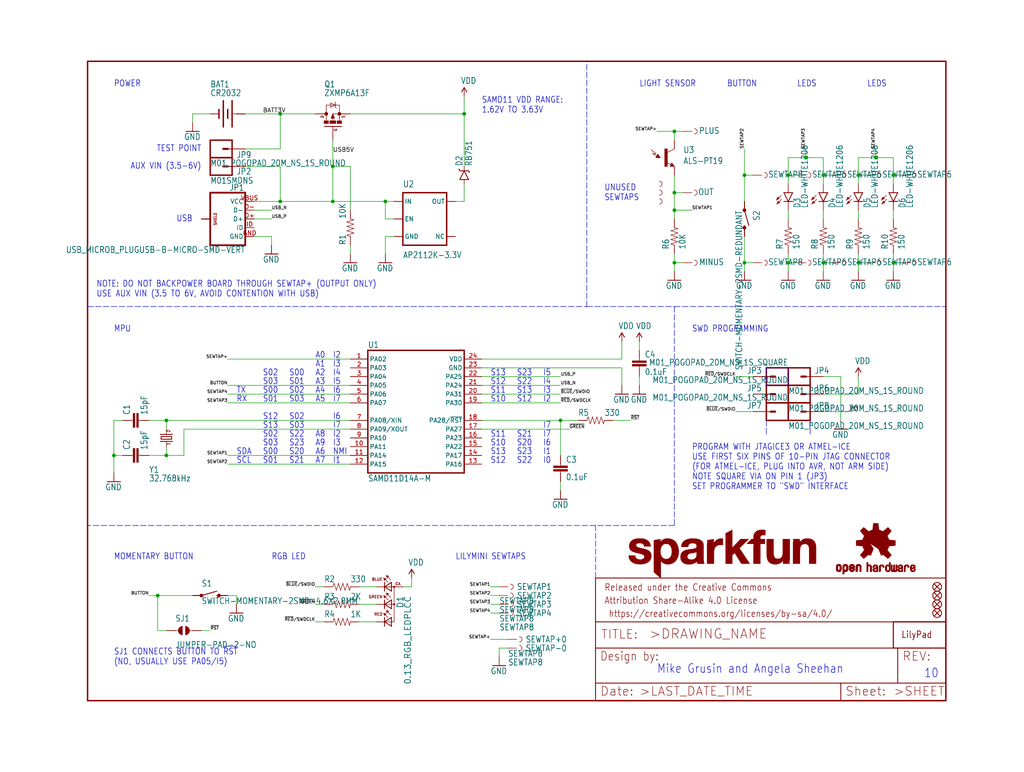
<source format=kicad_sch>
(kicad_sch (version 20211123) (generator eeschema)
  (paper "User" 297.002 223.926)
  (lib_symbols
    (symbol "schematicEagle-eagle-import:0.13_RGB_LEDPLCC"
      (property "Reference" "D" (at -2.54 3.302 0))
      (property "Value" "0.13_RGB_LEDPLCC" (at -2.54 5.461 0))
      (symbol "0.13_RGB_LEDPLCC_1_0"
        (text "BLUE" (at -7.747 -0.762 900) (effects (font (size 0.8128 0.8128)) (justify right top)))
        (text "CA" (at -5.461 2.794 900) (effects (font (size 0.8128 0.8128)) (justify left bottom)))
        (text "GREEN" (at -2.667 -0.762 900) (effects (font (size 0.8128 0.8128)) (justify right top)))
        (text "RED" (at 2.413 -0.762 900) (effects (font (size 0.8128 0.8128)) (justify right top)))
        (pin passive line (at 5.08 -2.54 90) (length 2.54) (name "RED") (number "1"))
        (pin passive line (at 0 -2.54 90) (length 2.54) (name "GREEN") (number "2"))
        (pin passive line (at -5.08 -2.54 90) (length 2.54) (name "BLUE") (number "3"))
        (pin passive line (at -5.08 5.08 270) (length 5.08) (name "ANODE") (number "4"))
      )
    )
    (symbol "schematicEagle-eagle-import:0.1UF-25V(+80{slash}-20%)(0603)"
      (property "Reference" "C" (at 1.524 2.921 0))
      (property "Value" "0.1UF-25V(+80{slash}-20%)(0603)" (at 1.524 -2.159 0))
      (symbol "0.1UF-25V(+80{slash}-20%)(0603)_1_0"
        (pin passive line (at 0 5.08 270) (length 2.54) (name "1") (number "1"))
        (pin passive line (at 0 -2.54 90) (length 2.54) (name "2") (number "2"))
      )
    )
    (symbol "schematicEagle-eagle-import:10KOHM-1{slash}10W-1%(0603)0603"
      (property "Reference" "R" (at -3.81 1.4986 0))
      (property "Value" "10KOHM-1{slash}10W-1%(0603)0603" (at -3.81 -3.302 0))
      (symbol "10KOHM-1{slash}10W-1%(0603)0603_1_0"
        (pin passive line (at -5.08 0 0) (length 2.54) (name "1") (number "1"))
        (pin passive line (at 5.08 0 180) (length 2.54) (name "2") (number "2"))
      )
    )
    (symbol "schematicEagle-eagle-import:15PF-50V-5%(0603)"
      (property "Reference" "C" (at 1.524 2.921 0))
      (property "Value" "15PF-50V-5%(0603)" (at 1.524 -2.159 0))
      (symbol "15PF-50V-5%(0603)_1_0"
        (pin passive line (at 0 5.08 270) (length 2.54) (name "1") (number "1"))
        (pin passive line (at 0 -2.54 90) (length 2.54) (name "2") (number "2"))
      )
    )
    (symbol "schematicEagle-eagle-import:1KOHM-1{slash}10W-1%(0603)"
      (property "Reference" "R" (at -3.81 1.4986 0))
      (property "Value" "1KOHM-1{slash}10W-1%(0603)" (at -3.81 -3.302 0))
      (symbol "1KOHM-1{slash}10W-1%(0603)_1_0"
        (pin passive line (at -5.08 0 0) (length 2.54) (name "1") (number "1"))
        (pin passive line (at 5.08 0 180) (length 2.54) (name "2") (number "2"))
      )
    )
    (symbol "schematicEagle-eagle-import:2.0KOHM1{slash}10W5%(0603)"
      (property "Reference" "R" (at -3.81 1.4986 0))
      (property "Value" "2.0KOHM1{slash}10W5%(0603)" (at -3.81 -3.302 0))
      (symbol "2.0KOHM1{slash}10W5%(0603)_1_0"
        (pin passive line (at -5.08 0 0) (length 2.54) (name "1") (number "1"))
        (pin passive line (at 5.08 0 180) (length 2.54) (name "2") (number "2"))
      )
    )
    (symbol "schematicEagle-eagle-import:330OHM1{slash}10W1%(0603)"
      (property "Reference" "R" (at -3.81 1.4986 0))
      (property "Value" "330OHM1{slash}10W1%(0603)" (at -3.81 -3.302 0))
      (symbol "330OHM1{slash}10W1%(0603)_1_0"
        (pin passive line (at -5.08 0 0) (length 2.54) (name "1") (number "1"))
        (pin passive line (at 5.08 0 180) (length 2.54) (name "2") (number "2"))
      )
    )
    (symbol "schematicEagle-eagle-import:BATTERY20MM_PTH_KIT"
      (property "Reference" "BAT" (at -3.81 5.08 0))
      (property "Value" "BATTERY20MM_PTH_KIT" (at -3.81 -6.35 0))
      (symbol "BATTERY20MM_PTH_KIT_1_0"
        (pin power_in line (at -5.08 0 0) (length 2.54) (name "+") (number "+1"))
        (pin power_in line (at -5.08 0 0) (length 2.54) (name "+") (number "+2"))
        (pin power_in line (at 5.08 0 180) (length 2.54) (name "-") (number "-3"))
      )
    )
    (symbol "schematicEagle-eagle-import:CRYSTAL3.2X1.5MM"
      (property "Reference" "Y" (at 2.54 1.016 0))
      (property "Value" "CRYSTAL3.2X1.5MM" (at 2.54 -2.54 0))
      (symbol "CRYSTAL3.2X1.5MM_1_0"
        (text "1" (at -2.159 -1.143 0) (effects (font (size 0.8636 0.734)) (justify left bottom)))
        (text "2" (at 1.524 -1.143 0) (effects (font (size 0.8636 0.734)) (justify left bottom)))
        (pin passive line (at -2.54 0 0) (length 0) (name "1") (number "P$1"))
        (pin passive line (at 2.54 0 180) (length 0) (name "2") (number "P$2"))
      )
    )
    (symbol "schematicEagle-eagle-import:DIODE-SCHOTTKY-RB751"
      (property "Reference" "D" (at 2.54 0.4826 0))
      (property "Value" "DIODE-SCHOTTKY-RB751" (at 2.54 -2.3114 0))
      (symbol "DIODE-SCHOTTKY-RB751_1_0"
        (pin passive line (at -2.54 0 0) (length 0) (name "A") (number "A"))
        (pin passive line (at 2.54 0 180) (length 0) (name "C") (number "C"))
      )
    )
    (symbol "schematicEagle-eagle-import:FIDUCIAL1X2")
    (symbol "schematicEagle-eagle-import:FRAME-LETTER"
      (symbol "FRAME-LETTER_2_0"
        (text " https://creativecommons.org/licenses/by-sa/4.0/" (at 2.54 24.13 0) (effects (font (size 1.9304 1.6408)) (justify left bottom)))
        (text ">DRAWING_NAME" (at 15.494 17.78 0) (effects (font (size 2.7432 2.7432)) (justify left bottom)))
        (text ">LAST_DATE_TIME" (at 12.7 1.27 0) (effects (font (size 2.54 2.54)) (justify left bottom)))
        (text ">SHEET" (at 86.36 1.27 0) (effects (font (size 2.54 2.54)) (justify left bottom)))
        (text "Attribution Share-Alike 4.0 License" (at 2.54 27.94 0) (effects (font (size 1.9304 1.6408)) (justify left bottom)))
        (text "Date:" (at 1.27 1.27 0) (effects (font (size 2.54 2.54)) (justify left bottom)))
        (text "Design by:" (at 1.27 11.43 0) (effects (font (size 2.54 2.159)) (justify left bottom)))
        (text "Released under the Creative Commons" (at 2.54 31.75 0) (effects (font (size 1.9304 1.6408)) (justify left bottom)))
        (text "REV:" (at 88.9 11.43 0) (effects (font (size 2.54 2.54)) (justify left bottom)))
        (text "Sheet:" (at 72.39 1.27 0) (effects (font (size 2.54 2.54)) (justify left bottom)))
        (text "TITLE:" (at 1.524 17.78 0) (effects (font (size 2.54 2.54)) (justify left bottom)))
      )
    )
    (symbol "schematicEagle-eagle-import:GND" (power)
      (property "Value" "GND" (at -2.54 -2.54 0))
      (symbol "GND_1_0"
        (pin power_in line (at 0 2.54 270) (length 2.54) (name "GND") (number "1"))
      )
    )
    (symbol "schematicEagle-eagle-import:JUMPER-PAD-2-NO"
      (property "Reference" "JP" (at -2.54 2.54 0))
      (property "Value" "JUMPER-PAD-2-NO" (at -2.54 -5.08 0))
      (symbol "JUMPER-PAD-2-NO_1_0"
        (pin passive line (at -5.08 0 0) (length 2.54) (name "1") (number "1"))
        (pin passive line (at 5.08 0 180) (length 2.54) (name "2") (number "2"))
      )
    )
    (symbol "schematicEagle-eagle-import:LED-WHITE1206"
      (property "Reference" "D" (at 3.556 -4.572 90))
      (property "Value" "LED-WHITE1206" (at 5.715 -4.572 90))
      (symbol "LED-WHITE1206_1_0"
        (pin passive line (at 0 2.54 270) (length 2.54) (name "A") (number "A"))
        (pin passive line (at 0 -5.08 90) (length 2.54) (name "C") (number "C"))
      )
    )
    (symbol "schematicEagle-eagle-import:LIGHTSENSORALS"
      (property "Reference" "U" (at 5.08 2.54 0))
      (property "Value" "LIGHTSENSORALS" (at 5.08 -5.08 0))
      (symbol "LIGHTSENSORALS_1_0"
        (pin passive line (at 2.54 5.08 270) (length 2.54) (name "C1") (number "C"))
        (pin passive line (at 2.54 -5.08 90) (length 2.54) (name "E1") (number "E"))
      )
    )
    (symbol "schematicEagle-eagle-import:LILYLOGO-L-TOP"
      (symbol "LILYLOGO-L-TOP_1_0"
        (text "LilyPad" (at -0.254 0.254 0) (effects (font (size 1.9304 1.6408)) (justify left bottom)))
      )
    )
    (symbol "schematicEagle-eagle-import:LOGO-LPL"
      (symbol "LOGO-LPL_1_0"
        (text "LilyPad" (at -0.254 0.254 0) (effects (font (size 1.9304 1.6408)) (justify left bottom)))
      )
    )
    (symbol "schematicEagle-eagle-import:M01SMDNS"
      (property "Reference" "J" (at -2.54 3.302 0))
      (property "Value" "M01SMDNS" (at -2.54 -5.08 0))
      (symbol "M01SMDNS_1_0"
        (pin passive line (at 7.62 0 180) (length 5.08) (name "1") (number "1"))
      )
    )
    (symbol "schematicEagle-eagle-import:M01_POGOPAD_20M_NS_1S_ROUND"
      (property "Reference" "JP" (at -2.54 3.302 0))
      (property "Value" "M01_POGOPAD_20M_NS_1S_ROUND" (at -2.54 -5.08 0))
      (symbol "M01_POGOPAD_20M_NS_1S_ROUND_1_0"
        (pin passive line (at 7.62 0 180) (length 5.08) (name "1") (number "P$1"))
      )
    )
    (symbol "schematicEagle-eagle-import:M01_POGOPAD_20M_NS_1S_SQUARE"
      (property "Reference" "JP" (at -2.54 3.302 0))
      (property "Value" "M01_POGOPAD_20M_NS_1S_SQUARE" (at -2.54 -5.08 0))
      (symbol "M01_POGOPAD_20M_NS_1S_SQUARE_1_0"
        (pin passive line (at 7.62 0 180) (length 5.08) (name "1") (number "P$1"))
      )
    )
    (symbol "schematicEagle-eagle-import:MOSFET-PCHANNEL"
      (property "Reference" "Q" (at 5.08 2.54 0))
      (property "Value" "MOSFET-PCHANNEL" (at 5.08 0 0))
      (symbol "MOSFET-PCHANNEL_1_0"
        (text "D" (at -1.27 2.54 0) (effects (font (size 0.8128 0.6908)) (justify left bottom)))
        (text "G" (at -5.08 -1.27 0) (effects (font (size 0.8128 0.6908)) (justify left bottom)))
        (text "S" (at -1.27 -3.556 0) (effects (font (size 0.8128 0.6908)) (justify left bottom)))
        (pin passive line (at -7.62 0 0) (length 2.54) (name "G") (number "1"))
        (pin passive line (at 0 -5.08 90) (length 2.54) (name "S") (number "2"))
        (pin passive line (at 0 5.08 270) (length 2.54) (name "D") (number "3"))
      )
    )
    (symbol "schematicEagle-eagle-import:OSHW-LOGOS")
    (symbol "schematicEagle-eagle-import:RESISTOR0603"
      (property "Reference" "R" (at -3.81 1.4986 0))
      (property "Value" "RESISTOR0603" (at -3.81 -3.302 0))
      (symbol "RESISTOR0603_1_0"
        (pin passive line (at -5.08 0 0) (length 2.54) (name "1") (number "1"))
        (pin passive line (at 5.08 0 180) (length 2.54) (name "2") (number "2"))
      )
    )
    (symbol "schematicEagle-eagle-import:SAMD11D14A-M"
      (property "Reference" "U" (at -10.16 13.335 0))
      (property "Value" "SAMD11D14A-M" (at -10.16 -25.4 0))
      (symbol "SAMD11D14A-M_1_0"
        (pin bidirectional line (at -15.24 10.16 0) (length 5.08) (name "PA02") (number "1"))
        (pin bidirectional line (at -15.24 -15.24 0) (length 5.08) (name "PA11") (number "10"))
        (pin bidirectional line (at -15.24 -17.78 0) (length 5.08) (name "PA14") (number "11"))
        (pin bidirectional line (at -15.24 -20.32 0) (length 5.08) (name "PA15") (number "12"))
        (pin bidirectional line (at 22.86 -20.32 180) (length 5.08) (name "PA16") (number "13"))
        (pin bidirectional line (at 22.86 -17.78 180) (length 5.08) (name "PA17") (number "14"))
        (pin bidirectional line (at 22.86 -15.24 180) (length 5.08) (name "PA22") (number "15"))
        (pin bidirectional line (at 22.86 -12.7 180) (length 5.08) (name "PA23") (number "16"))
        (pin bidirectional line (at 22.86 -10.16 180) (length 5.08) (name "PA27") (number "17"))
        (pin bidirectional line (at 22.86 -7.62 180) (length 5.08) (name "PA28/~{RST}") (number "18"))
        (pin bidirectional line (at 22.86 -2.54 180) (length 5.08) (name "PA30") (number "19"))
        (pin bidirectional line (at -15.24 7.62 0) (length 5.08) (name "PA03") (number "2"))
        (pin bidirectional line (at 22.86 0 180) (length 5.08) (name "PA31") (number "20"))
        (pin bidirectional line (at 22.86 2.54 180) (length 5.08) (name "PA24") (number "21"))
        (pin bidirectional line (at 22.86 5.08 180) (length 5.08) (name "PA25") (number "22"))
        (pin bidirectional line (at 22.86 7.62 180) (length 5.08) (name "GND") (number "23"))
        (pin bidirectional line (at 22.86 10.16 180) (length 5.08) (name "VDD") (number "24"))
        (pin bidirectional line (at -15.24 5.08 0) (length 5.08) (name "PA04") (number "3"))
        (pin bidirectional line (at -15.24 2.54 0) (length 5.08) (name "PA05") (number "4"))
        (pin bidirectional line (at -15.24 0 0) (length 5.08) (name "PA06") (number "5"))
        (pin bidirectional line (at -15.24 -2.54 0) (length 5.08) (name "PA07") (number "6"))
        (pin bidirectional line (at -15.24 -7.62 0) (length 5.08) (name "PA08/XIN") (number "7"))
        (pin bidirectional line (at -15.24 -10.16 0) (length 5.08) (name "PA09/XOUT") (number "8"))
        (pin bidirectional line (at -15.24 -12.7 0) (length 5.08) (name "PA10") (number "9"))
      )
    )
    (symbol "schematicEagle-eagle-import:SEWTAP-NOHOLE2")
    (symbol "schematicEagle-eagle-import:SEWTAP6"
      (property "Reference" "JP" (at -2.54 2.54 0))
      (property "Value" "SEWTAP6" (at -2.54 -5.08 0))
      (symbol "SEWTAP6_1_0"
        (pin bidirectional line (at -2.54 0 180) (length 0) (name "1") (number "1"))
      )
    )
    (symbol "schematicEagle-eagle-import:SEWTAP8"
      (property "Reference" "JP" (at -2.54 2.54 0))
      (property "Value" "SEWTAP8" (at -2.54 -5.08 0))
      (symbol "SEWTAP8_1_0"
        (pin bidirectional line (at -2.54 0 180) (length 0) (name "1") (number "1"))
      )
    )
    (symbol "schematicEagle-eagle-import:SFE_LOGO_NAME.1_INCH")
    (symbol "schematicEagle-eagle-import:SWITCH-MOMENTARY-2SMD-4.6X2.8MM"
      (property "Reference" "S" (at -2.54 2.54 0))
      (property "Value" "SWITCH-MOMENTARY-2SMD-4.6X2.8MM" (at -2.54 -2.54 0))
      (symbol "SWITCH-MOMENTARY-2SMD-4.6X2.8MM_1_0"
        (pin passive line (at -5.08 0 0) (length 2.54) (name "1") (number "1"))
        (pin passive line (at -5.08 0 0) (length 2.54) (name "1") (number "2"))
        (pin passive line (at 5.08 0 180) (length 2.54) (name "2") (number "3"))
        (pin passive line (at 5.08 0 180) (length 2.54) (name "2") (number "4"))
      )
    )
    (symbol "schematicEagle-eagle-import:SWITCH-MOMENTARY-2SMD-REDUNDANT"
      (property "Reference" "S" (at -2.54 2.54 0))
      (property "Value" "SWITCH-MOMENTARY-2SMD-REDUNDANT" (at -2.54 -2.54 0))
      (symbol "SWITCH-MOMENTARY-2SMD-REDUNDANT_1_0"
        (pin passive line (at -5.08 0 0) (length 2.54) (name "1") (number "1"))
        (pin passive line (at -5.08 0 0) (length 2.54) (name "1") (number "2"))
        (pin passive line (at 5.08 0 180) (length 2.54) (name "2") (number "3"))
        (pin passive line (at 5.08 0 180) (length 2.54) (name "2") (number "4"))
      )
    )
    (symbol "schematicEagle-eagle-import:USB_MICROB_PLUGUSB-B-MICRO-SMD-VERT"
      (property "Reference" "JP" (at -4.826 8.128 0))
      (property "Value" "USB_MICROB_PLUGUSB-B-MICRO-SMD-VERT" (at -5.08 -9.906 0))
      (symbol "USB_MICROB_PLUGUSB-B-MICRO-SMD-VERT_1_0"
        (text "SHIELD" (at 4.064 0 900) (effects (font (size 0.8128 0.6908)) (justify bottom)))
        (pin bidirectional line (at -7.62 0 0) (length 2.54) (name "D+") (number "D+"))
        (pin bidirectional line (at -7.62 2.54 0) (length 2.54) (name "D-") (number "D-"))
        (pin bidirectional line (at -7.62 -5.08 0) (length 2.54) (name "GND") (number "GND"))
        (pin bidirectional line (at -7.62 -2.54 0) (length 2.54) (name "ID") (number "ID"))
        (pin bidirectional line (at 7.62 0 180) (length 2.54) (name "SHIELD") (number "P1"))
        (pin bidirectional line (at 7.62 0 180) (length 2.54) (name "SHIELD") (number "P2"))
        (pin bidirectional line (at 7.62 0 180) (length 2.54) (name "SHIELD") (number "P3"))
        (pin bidirectional line (at -7.62 5.08 0) (length 2.54) (name "VCC") (number "VBUS"))
      )
    )
    (symbol "schematicEagle-eagle-import:VDD" (power)
      (property "Value" "VDD" (at -1.016 3.556 0))
      (symbol "VDD_1_0"
        (pin power_in line (at 0 0 90) (length 2.54) (name "VDD") (number "1"))
      )
    )
    (symbol "schematicEagle-eagle-import:V_REG_AP2112K-3.3V"
      (property "Reference" "U" (at -7.62 9.144 0))
      (property "Value" "V_REG_AP2112K-3.3V" (at -7.62 -11.43 0))
      (symbol "V_REG_AP2112K-3.3V_1_0"
        (pin input line (at -10.16 5.08 0) (length 2.54) (name "IN") (number "1"))
        (pin input line (at -10.16 -5.08 0) (length 2.54) (name "GND") (number "2"))
        (pin input line (at -10.16 0 0) (length 2.54) (name "EN") (number "3"))
        (pin input line (at 7.62 -5.08 180) (length 2.54) (name "NC") (number "4"))
        (pin passive line (at 7.62 5.08 180) (length 2.54) (name "OUT") (number "5"))
      )
    )
  )
  (junction (at 96.52 48.26))
  (junction (at 259.08 50.8))
  (junction (at 134.62 33.02))
  (junction (at 254 45.72))
  (junction (at 195.58 60.96))
  (junction (at 238.76 76.2))
  (junction (at 81.28 58.42))
  (junction (at 48.26 121.92))
  (junction (at 81.28 33.02))
  (junction (at 228.6 50.8))
  (junction (at 233.68 45.72))
  (junction (at 45.72 172.72))
  (junction (at 238.76 50.8))
  (junction (at 33.02 132.08))
  (junction (at 215.9 76.2))
  (junction (at 195.58 76.2))
  (junction (at 248.92 50.8))
  (junction (at 228.6 76.2))
  (junction (at 111.76 58.42))
  (junction (at 48.26 132.08))
  (junction (at 195.58 38.1))
  (junction (at 96.52 58.42))
  (junction (at 162.56 121.92))
  (junction (at 215.9 50.8))
  (junction (at 259.08 76.2))
  (junction (at 248.92 76.2))
  (junction (at 195.58 55.88))
  (wire (pts (xy 109.22 170.18) (xy 104.14 170.18)))
  (wire (pts (xy 111.76 58.42) (xy 114.3 58.42)))
  (wire (pts (xy 45.72 182.88) (xy 45.72 172.72)))
  (polyline (pts (xy 170.18 88.9) (xy 170.18 17.78)))
  (wire (pts (xy 259.08 73.66) (xy 259.08 76.2)))
  (wire (pts (xy 162.56 111.76) (xy 139.7 111.76)))
  (wire (pts (xy 101.6 132.08) (xy 66.04 132.08)))
  (wire (pts (xy 195.58 38.1) (xy 190.5 38.1)))
  (wire (pts (xy 238.76 114.3) (xy 248.92 114.3)))
  (wire (pts (xy 238.76 50.8) (xy 238.76 45.72)))
  (wire (pts (xy 241.3 76.2) (xy 238.76 76.2)))
  (wire (pts (xy 58.42 182.88) (xy 60.96 182.88)))
  (wire (pts (xy 101.6 48.26) (xy 101.6 60.96)))
  (wire (pts (xy 134.62 58.42) (xy 134.62 53.34)))
  (wire (pts (xy 248.92 53.34) (xy 248.92 50.8)))
  (wire (pts (xy 251.46 50.8) (xy 248.92 50.8)))
  (wire (pts (xy 144.78 170.18) (xy 142.24 170.18)))
  (wire (pts (xy 231.14 76.2) (xy 228.6 76.2)))
  (wire (pts (xy 228.6 60.96) (xy 228.6 63.5)))
  (wire (pts (xy 48.26 129.54) (xy 48.26 132.08)))
  (wire (pts (xy 248.92 60.96) (xy 248.92 63.5)))
  (wire (pts (xy 228.6 78.74) (xy 228.6 76.2)))
  (wire (pts (xy 195.58 38.1) (xy 198.12 38.1)))
  (wire (pts (xy 248.92 45.72) (xy 254 45.72)))
  (wire (pts (xy 96.52 58.42) (xy 111.76 58.42)))
  (polyline (pts (xy 25.4 88.9) (xy 170.18 88.9)))
  (wire (pts (xy 81.28 48.26) (xy 81.28 58.42)))
  (wire (pts (xy 101.6 33.02) (xy 134.62 33.02)))
  (wire (pts (xy 144.78 187.96) (xy 144.78 190.5)))
  (wire (pts (xy 233.68 45.72) (xy 238.76 45.72)))
  (wire (pts (xy 144.78 175.26) (xy 142.24 175.26)))
  (wire (pts (xy 215.9 78.74) (xy 215.9 76.2)))
  (wire (pts (xy 109.22 175.26) (xy 104.14 175.26)))
  (wire (pts (xy 261.62 76.2) (xy 259.08 76.2)))
  (wire (pts (xy 139.7 104.14) (xy 180.34 104.14)))
  (wire (pts (xy 180.34 106.68) (xy 180.34 111.76)))
  (wire (pts (xy 53.34 132.08) (xy 53.34 124.46)))
  (wire (pts (xy 238.76 119.38) (xy 246.38 119.38)))
  (wire (pts (xy 238.76 73.66) (xy 238.76 76.2)))
  (wire (pts (xy 35.56 121.92) (xy 33.02 121.92)))
  (wire (pts (xy 147.32 187.96) (xy 144.78 187.96)))
  (wire (pts (xy 101.6 121.92) (xy 48.26 121.92)))
  (polyline (pts (xy 222.25 106.68) (xy 222.25 111.76)))
  (wire (pts (xy 218.44 109.22) (xy 213.36 109.22)))
  (wire (pts (xy 132.08 58.42) (xy 134.62 58.42)))
  (wire (pts (xy 195.58 73.66) (xy 195.58 76.2)))
  (wire (pts (xy 55.88 172.72) (xy 45.72 172.72)))
  (wire (pts (xy 162.56 139.7) (xy 162.56 142.24)))
  (wire (pts (xy 73.66 60.96) (xy 78.74 60.96)))
  (wire (pts (xy 254 45.72) (xy 254 43.18)))
  (wire (pts (xy 101.6 104.14) (xy 66.04 104.14)))
  (wire (pts (xy 185.42 109.22) (xy 185.42 111.76)))
  (wire (pts (xy 48.26 132.08) (xy 43.18 132.08)))
  (wire (pts (xy 233.68 45.72) (xy 228.6 45.72)))
  (wire (pts (xy 195.58 40.64) (xy 195.58 38.1)))
  (wire (pts (xy 55.88 33.02) (xy 60.96 33.02)))
  (wire (pts (xy 139.7 124.46) (xy 165.1 124.46)))
  (wire (pts (xy 111.76 68.58) (xy 111.76 73.66)))
  (wire (pts (xy 180.34 104.14) (xy 180.34 99.06)))
  (wire (pts (xy 147.32 185.42) (xy 142.24 185.42)))
  (wire (pts (xy 33.02 132.08) (xy 33.02 121.92)))
  (polyline (pts (xy 170.18 88.9) (xy 195.58 88.9)))
  (wire (pts (xy 139.7 116.84) (xy 162.56 116.84)))
  (wire (pts (xy 93.98 170.18) (xy 91.44 170.18)))
  (wire (pts (xy 53.34 124.46) (xy 101.6 124.46)))
  (wire (pts (xy 101.6 134.62) (xy 66.04 134.62)))
  (wire (pts (xy 114.3 68.58) (xy 111.76 68.58)))
  (wire (pts (xy 248.92 114.3) (xy 248.92 109.22)))
  (wire (pts (xy 248.92 73.66) (xy 248.92 76.2)))
  (polyline (pts (xy 195.58 152.4) (xy 172.72 152.4)))
  (polyline (pts (xy 222.25 121.92) (xy 222.25 126.365)))
  (wire (pts (xy 162.56 132.08) (xy 162.56 121.92)))
  (wire (pts (xy 195.58 63.5) (xy 195.58 60.96)))
  (wire (pts (xy 73.66 58.42) (xy 81.28 58.42)))
  (polyline (pts (xy 234.95 121.92) (xy 234.95 126.365)))
  (wire (pts (xy 78.74 68.58) (xy 78.74 71.12)))
  (wire (pts (xy 48.26 121.92) (xy 43.18 121.92)))
  (wire (pts (xy 139.7 114.3) (xy 162.56 114.3)))
  (wire (pts (xy 93.98 180.34) (xy 91.44 180.34)))
  (wire (pts (xy 101.6 114.3) (xy 66.04 114.3)))
  (wire (pts (xy 71.12 33.02) (xy 81.28 33.02)))
  (wire (pts (xy 185.42 101.6) (xy 185.42 99.06)))
  (wire (pts (xy 48.26 132.08) (xy 53.34 132.08)))
  (wire (pts (xy 228.6 53.34) (xy 228.6 50.8)))
  (wire (pts (xy 238.76 60.96) (xy 238.76 63.5)))
  (wire (pts (xy 238.76 78.74) (xy 238.76 76.2)))
  (wire (pts (xy 48.26 121.92) (xy 48.26 124.46)))
  (wire (pts (xy 248.92 50.8) (xy 248.92 45.72)))
  (wire (pts (xy 81.28 43.18) (xy 81.28 33.02)))
  (wire (pts (xy 114.3 63.5) (xy 111.76 63.5)))
  (wire (pts (xy 251.46 76.2) (xy 248.92 76.2)))
  (wire (pts (xy 81.28 33.02) (xy 91.44 33.02)))
  (wire (pts (xy 259.08 50.8) (xy 259.08 45.72)))
  (polyline (pts (xy 172.72 152.4) (xy 25.4 152.4)))
  (wire (pts (xy 228.6 45.72) (xy 228.6 50.8)))
  (wire (pts (xy 134.62 48.26) (xy 134.62 33.02)))
  (wire (pts (xy 134.62 33.02) (xy 134.62 27.94)))
  (wire (pts (xy 96.52 40.64) (xy 96.52 48.26)))
  (wire (pts (xy 81.28 58.42) (xy 96.52 58.42)))
  (wire (pts (xy 139.7 121.92) (xy 162.56 121.92)))
  (wire (pts (xy 101.6 73.66) (xy 101.6 71.12)))
  (wire (pts (xy 96.52 48.26) (xy 96.52 58.42)))
  (wire (pts (xy 93.98 175.26) (xy 91.44 175.26)))
  (polyline (pts (xy 195.58 88.9) (xy 274.32 88.9)))
  (wire (pts (xy 261.62 50.8) (xy 259.08 50.8)))
  (wire (pts (xy 144.78 172.72) (xy 142.24 172.72)))
  (wire (pts (xy 238.76 109.22) (xy 243.84 109.22)))
  (polyline (pts (xy 228.6 111.76) (xy 228.6 106.68)))
  (wire (pts (xy 101.6 116.84) (xy 66.04 116.84)))
  (wire (pts (xy 259.08 60.96) (xy 259.08 63.5)))
  (wire (pts (xy 73.66 68.58) (xy 78.74 68.58)))
  (wire (pts (xy 139.7 106.68) (xy 180.34 106.68)))
  (wire (pts (xy 215.9 58.42) (xy 215.9 50.8)))
  (wire (pts (xy 218.44 50.8) (xy 215.9 50.8)))
  (wire (pts (xy 198.12 55.88) (xy 195.58 55.88)))
  (wire (pts (xy 144.78 177.8) (xy 142.24 177.8)))
  (wire (pts (xy 195.58 76.2) (xy 198.12 76.2)))
  (wire (pts (xy 109.22 180.34) (xy 104.14 180.34)))
  (polyline (pts (xy 228.6 106.68) (xy 222.25 106.68)))
  (wire (pts (xy 45.72 172.72) (xy 43.18 172.72)))
  (wire (pts (xy 68.58 172.72) (xy 68.58 175.26)))
  (wire (pts (xy 111.76 63.5) (xy 111.76 58.42)))
  (wire (pts (xy 195.58 60.96) (xy 195.58 55.88)))
  (wire (pts (xy 33.02 137.16) (xy 33.02 132.08)))
  (wire (pts (xy 71.12 43.18) (xy 81.28 43.18)))
  (wire (pts (xy 233.68 45.72) (xy 233.68 43.18)))
  (wire (pts (xy 195.58 76.2) (xy 195.58 78.74)))
  (wire (pts (xy 241.3 50.8) (xy 238.76 50.8)))
  (wire (pts (xy 66.04 172.72) (xy 68.58 172.72)))
  (wire (pts (xy 71.12 48.26) (xy 81.28 48.26)))
  (polyline (pts (xy 172.72 167.64) (xy 172.72 152.4)))
  (wire (pts (xy 177.8 121.92) (xy 182.88 121.92)))
  (wire (pts (xy 231.14 50.8) (xy 228.6 50.8)))
  (wire (pts (xy 55.88 35.56) (xy 55.88 33.02)))
  (wire (pts (xy 248.92 78.74) (xy 248.92 76.2)))
  (wire (pts (xy 254 45.72) (xy 259.08 45.72)))
  (wire (pts (xy 101.6 111.76) (xy 66.04 111.76)))
  (polyline (pts (xy 222.25 111.76) (xy 228.6 111.76)))
  (wire (pts (xy 33.02 132.08) (xy 35.56 132.08)))
  (wire (pts (xy 200.66 60.96) (xy 195.58 60.96)))
  (wire (pts (xy 218.44 119.38) (xy 213.36 119.38)))
  (wire (pts (xy 116.84 170.18) (xy 119.38 170.18)))
  (wire (pts (xy 215.9 50.8) (xy 215.9 43.18)))
  (wire (pts (xy 73.66 63.5) (xy 78.74 63.5)))
  (wire (pts (xy 48.26 182.88) (xy 45.72 182.88)))
  (wire (pts (xy 119.38 170.18) (xy 119.38 167.64)))
  (wire (pts (xy 195.58 55.88) (xy 195.58 50.8)))
  (wire (pts (xy 243.84 109.22) (xy 243.84 121.92)))
  (wire (pts (xy 228.6 73.66) (xy 228.6 76.2)))
  (wire (pts (xy 238.76 53.34) (xy 238.76 50.8)))
  (wire (pts (xy 218.44 76.2) (xy 215.9 76.2)))
  (wire (pts (xy 162.56 121.92) (xy 167.64 121.92)))
  (wire (pts (xy 162.56 109.22) (xy 139.7 109.22)))
  (wire (pts (xy 215.9 76.2) (xy 215.9 68.58)))
  (wire (pts (xy 96.52 48.26) (xy 101.6 48.26)))
  (polyline (pts (xy 195.58 88.9) (xy 195.58 152.4)))
  (wire (pts (xy 259.08 78.74) (xy 259.08 76.2)))
  (wire (pts (xy 259.08 53.34) (xy 259.08 50.8)))
  (text "A4" (at 91.44 114.3 180) (effects (font (size 1.778 1.5113)) (justify left bottom)))
  (text "I7" (at 96.52 124.46 180) (effects (font (size 1.778 1.5113)) (justify left bottom)))
  (text "S22" (at 149.86 111.76 180) (effects (font (size 1.778 1.5113)) (justify left bottom)))
  (text "S10" (at 142.24 129.54 180) (effects (font (size 1.778 1.5113)) (justify left bottom)))
  (text "A8" (at 91.44 127 180) (effects (font (size 1.778 1.5113)) (justify left bottom)))
  (text "SAMD11 VDD RANGE:\n1.62V TO 3.63V" (at 139.7 33.02 180) (effects (font (size 1.778 1.5113)) (justify left bottom)))
  (text "I2" (at 96.52 104.14 180) (effects (font (size 1.778 1.5113)) (justify left bottom)))
  (text "I1" (at 96.52 134.62 180) (effects (font (size 1.778 1.5113)) (justify left bottom)))
  (text "S11" (at 142.24 127 180) (effects (font (size 1.778 1.5113)) (justify left bottom)))
  (text "A2" (at 91.44 109.22 180) (effects (font (size 1.778 1.5113)) (justify left bottom)))
  (text "SJ1 CONNECTS BUTTON TO ~{RST}\n(NO, USUALLY USE PA05/I5)" (at 33.02 193.04 0) (effects (font (size 1.778 1.5113)) (justify left bottom)))
  (text "S00" (at 83.82 109.22 180) (effects (font (size 1.778 1.5113)) (justify left bottom)))
  (text "S00" (at 76.2 114.3 180) (effects (font (size 1.778 1.5113)) (justify left bottom)))
  (text "S02" (at 76.2 109.22 180) (effects (font (size 1.778 1.5113)) (justify left bottom)))
  (text "S03" (at 76.2 111.76 180) (effects (font (size 1.778 1.5113)) (justify left bottom)))
  (text "A0" (at 91.44 104.14 180) (effects (font (size 1.778 1.5113)) (justify left bottom)))
  (text "I7" (at 157.48 127 180) (effects (font (size 1.778 1.5113)) (justify left bottom)))
  (text "I2" (at 96.52 127 180) (effects (font (size 1.778 1.5113)) (justify left bottom)))
  (text "I3" (at 96.52 129.54 180) (effects (font (size 1.778 1.5113)) (justify left bottom)))
  (text "S23" (at 149.86 132.08 180) (effects (font (size 1.778 1.5113)) (justify left bottom)))
  (text "S11" (at 142.24 114.3 180) (effects (font (size 1.778 1.5113)) (justify left bottom)))
  (text "S13" (at 142.24 109.22 180) (effects (font (size 1.778 1.5113)) (justify left bottom)))
  (text "LILYMINI SEWTAPS" (at 132.08 162.56 180) (effects (font (size 1.778 1.5113)) (justify left bottom)))
  (text "I6" (at 157.48 129.54 180) (effects (font (size 1.778 1.5113)) (justify left bottom)))
  (text "LEDS" (at 251.46 25.4 180) (effects (font (size 1.778 1.5113)) (justify left bottom)))
  (text "NMI" (at 96.52 132.08 180) (effects (font (size 1.778 1.5113)) (justify left bottom)))
  (text "S01" (at 83.82 111.76 180) (effects (font (size 1.778 1.5113)) (justify left bottom)))
  (text "S03" (at 83.82 124.46 180) (effects (font (size 1.778 1.5113)) (justify left bottom)))
  (text "POWER" (at 33.02 25.4 180) (effects (font (size 1.778 1.5113)) (justify left bottom)))
  (text "I1" (at 157.48 132.08 180) (effects (font (size 1.778 1.5113)) (justify left bottom)))
  (text "S23" (at 83.82 129.54 180) (effects (font (size 1.778 1.5113)) (justify left bottom)))
  (text "S03" (at 83.82 116.84 180) (effects (font (size 1.778 1.5113)) (justify left bottom)))
  (text "I4" (at 157.48 111.76 180) (effects (font (size 1.778 1.5113)) (justify left bottom)))
  (text "S02" (at 83.82 114.3 180) (effects (font (size 1.778 1.5113)) (justify left bottom)))
  (text "S13" (at 142.24 132.08 180) (effects (font (size 1.778 1.5113)) (justify left bottom)))
  (text "A9" (at 91.44 129.54 180) (effects (font (size 1.778 1.5113)) (justify left bottom)))
  (text "S10" (at 142.24 116.84 180) (effects (font (size 1.778 1.5113)) (justify left bottom)))
  (text "I6" (at 96.52 121.92 180) (effects (font (size 1.778 1.5113)) (justify left bottom)))
  (text "MPU" (at 33.02 96.52 180) (effects (font (size 1.778 1.5113)) (justify left bottom)))
  (text "I7" (at 157.48 124.46 180) (effects (font (size 1.778 1.5113)) (justify left bottom)))
  (text "S23" (at 149.86 109.22 180) (effects (font (size 1.778 1.5113)) (justify left bottom)))
  (text "LEDS" (at 231.14 25.4 180) (effects (font (size 1.778 1.5113)) (justify left bottom)))
  (text "NOTE: DO NOT BACKPOWER BOARD THROUGH SEWTAP+ (OUTPUT ONLY)\nUSE AUX VIN (3.5 TO 6V, AVOID CONTENTION WITH USB)" (at 27.94 86.36 0) (effects (font (size 1.778 1.5113)) (justify left bottom)))
  (text "S22" (at 149.86 134.62 180) (effects (font (size 1.778 1.5113)) (justify left bottom)))
  (text "A3" (at 91.44 111.76 180) (effects (font (size 1.778 1.5113)) (justify left bottom)))
  (text "I3" (at 96.52 106.68 180) (effects (font (size 1.778 1.5113)) (justify left bottom)))
  (text "S00" (at 76.2 132.08 180) (effects (font (size 1.778 1.5113)) (justify left bottom)))
  (text "S02" (at 83.82 121.92 180) (effects (font (size 1.778 1.5113)) (justify left bottom)))
  (text "S13" (at 76.2 124.46 180) (effects (font (size 1.778 1.5113)) (justify left bottom)))
  (text "UNUSED\nSEWTAPS" (at 175.26 58.42 180) (effects (font (size 1.778 1.5113)) (justify left bottom)))
  (text "S13" (at 149.86 114.3 180) (effects (font (size 1.778 1.5113)) (justify left bottom)))
  (text "S12" (at 149.86 116.84 180) (effects (font (size 1.778 1.5113)) (justify left bottom)))
  (text "MOMENTARY BUTTON" (at 33.02 162.56 180) (effects (font (size 1.778 1.5113)) (justify left bottom)))
  (text "S02" (at 76.2 127 180) (effects (font (size 1.778 1.5113)) (justify left bottom)))
  (text "AUX VIN (3.5-6V)" (at 58.42 48.26 180) (effects (font (size 1.778 1.5113)) (justify right)))
  (text "RX" (at 68.58 116.84 180) (effects (font (size 1.778 1.5113)) (justify left bottom)))
  (text "I0" (at 157.48 134.62 180) (effects (font (size 1.778 1.5113)) (justify left bottom)))
  (text "S20" (at 149.86 129.54 180) (effects (font (size 1.778 1.5113)) (justify left bottom)))
  (text "I5" (at 157.48 109.22 180) (effects (font (size 1.778 1.5113)) (justify left bottom)))
  (text "S01" (at 76.2 134.62 180) (effects (font (size 1.778 1.5113)) (justify left bottom)))
  (text "Mike Grusin and Angela Sheehan" (at 190.5 195.58 180) (effects (font (size 2.54 2.159)) (justify left bottom)))
  (text "BUTTON" (at 210.82 25.4 180) (effects (font (size 1.778 1.5113)) (justify left bottom)))
  (text "A7" (at 91.44 134.62 180) (effects (font (size 1.778 1.5113)) (justify left bottom)))
  (text "SWD PROGRAMMING" (at 200.66 96.52 180) (effects (font (size 1.778 1.5113)) (justify left bottom)))
  (text "PROGRAM WITH JTAGICE3 OR ATMEL-ICE\nUSE FIRST SIX PINS OF 10-PIN JTAG CONNECTOR\n(FOR ATMEL-ICE, PLUG INTO AVR, NOT ARM SIDE)\nNOTE SQUARE VIA ON PIN 1 (JP3)\nSET PROGRAMMER TO \"SWD\" INTERFACE" (at 200.66 142.24 0) (effects (font (size 1.778 1.5113)) (justify left bottom)))
  (text "I5" (at 96.52 111.76 180) (effects (font (size 1.778 1.5113)) (justify left bottom)))
  (text "S12" (at 142.24 111.76 180) (effects (font (size 1.778 1.5113)) (justify left bottom)))
  (text "SCL" (at 68.58 134.62 180) (effects (font (size 1.778 1.5113)) (justify left bottom)))
  (text "A1" (at 91.44 106.68 180) (effects (font (size 1.778 1.5113)) (justify left bottom)))
  (text "USB" (at 55.88 63.5 180) (effects (font (size 1.778 1.5113)) (justify right)))
  (text "I3" (at 157.48 114.3 180) (effects (font (size 1.778 1.5113)) (justify left bottom)))
  (text "S21" (at 83.82 134.62 180) (effects (font (size 1.778 1.5113)) (justify left bottom)))
  (text "S12" (at 142.24 134.62 180) (effects (font (size 1.778 1.5113)) (justify left bottom)))
  (text "I6" (at 96.52 114.3 180) (effects (font (size 1.778 1.5113)) (justify left bottom)))
  (text "S22" (at 83.82 127 180) (effects (font (size 1.778 1.5113)) (justify left bottom)))
  (text "TEST POINT" (at 58.42 43.18 180) (effects (font (size 1.778 1.5113)) (justify right)))
  (text "S21" (at 149.86 127 180) (effects (font (size 1.778 1.5113)) (justify left bottom)))
  (text "RGB LED" (at 78.74 162.56 180) (effects (font (size 1.778 1.5113)) (justify left bottom)))
  (text "S20" (at 83.82 132.08 180) (effects (font (size 1.778 1.5113)) (justify left bottom)))
  (text "A6" (at 91.44 132.08 180) (effects (font (size 1.778 1.5113)) (justify left bottom)))
  (text "10" (at 267.97 196.85 180) (effects (font (size 2.54 2.159)) (justify left bottom)))
  (text "I7" (at 96.52 116.84 180) (effects (font (size 1.778 1.5113)) (justify left bottom)))
  (text "S12" (at 76.2 121.92 180) (effects (font (size 1.778 1.5113)) (justify left bottom)))
  (text "I2" (at 157.48 116.84 180) (effects (font (size 1.778 1.5113)) (justify left bottom)))
  (text "S03" (at 76.2 129.54 180) (effects (font (size 1.778 1.5113)) (justify left bottom)))
  (text "I4" (at 96.52 109.22 180) (effects (font (size 1.778 1.5113)) (justify left bottom)))
  (text "SDA" (at 68.58 132.08 180) (effects (font (size 1.778 1.5113)) (justify left bottom)))
  (text "TX" (at 68.58 114.3 180) (effects (font (size 1.778 1.5113)) (justify left bottom)))
  (text "A5" (at 91.44 116.84 180) (effects (font (size 1.778 1.5113)) (justify left bottom)))
  (text "LIGHT SENSOR" (at 185.42 25.4 180) (effects (font (size 1.778 1.5113)) (justify left bottom)))
  (text "S01" (at 76.2 116.84 180) (effects (font (size 1.778 1.5113)) (justify left bottom)))
  (label "BATT3V" (at 76.2 33.02 0) (effects (font (size 1.2446 1.2446))))
  (label "USB_N" (at 78.74 60.96 0) (effects (font (size 0.889 0.889))))
  (label "SEWTAP1" (at 200.66 60.96 0) (effects (font (size 0.889 0.889))))
  (label "~{BLUE}/SWDIO" (at 213.36 119.38 180) (effects (font (size 0.889 0.889))))
  (label "~{RST}" (at 60.96 182.88 0) (effects (font (size 0.889 0.889))))
  (label "SEWTAP+" (at 66.04 104.14 180) (effects (font (size 0.889 0.889))))
  (label "~{RED}/SWDCLK" (at 213.36 109.22 180) (effects (font (size 0.889 0.889))))
  (label "SEWTAP2" (at 66.04 134.62 180) (effects (font (size 0.889 0.889))))
  (label "SEWTAP1" (at 142.24 170.18 180) (effects (font (size 0.889 0.889))))
  (label "SEWTAP2" (at 142.24 172.72 180) (effects (font (size 0.889 0.889))))
  (label "USB5V" (at 96.52 44.45 0) (effects (font (size 1.2446 1.2446))))
  (label "~{RST}" (at 246.38 119.38 0) (effects (font (size 0.889 0.889))))
  (label "SEWTAP4" (at 66.04 114.3 180) (effects (font (size 0.889 0.889))))
  (label "BUTTON" (at 66.04 111.76 180) (effects (font (size 0.889 0.889))))
  (label "~{RED}/SWDCLK" (at 162.56 116.84 0) (effects (font (size 0.889 0.889))))
  (label "SEWTAP3" (at 233.68 43.18 90) (effects (font (size 0.889 0.889))))
  (label "~{RST}" (at 182.88 121.92 0) (effects (font (size 0.889 0.889))))
  (label "USB_N" (at 162.56 111.76 0) (effects (font (size 0.889 0.889))))
  (label "SEWTAP3" (at 66.04 116.84 180) (effects (font (size 0.889 0.889))))
  (label "~{GREEN}" (at 91.44 175.26 180) (effects (font (size 0.889 0.889))))
  (label "USB_P" (at 162.56 109.22 0) (effects (font (size 0.889 0.889))))
  (label "SEWTAP3" (at 142.24 175.26 180) (effects (font (size 0.889 0.889))))
  (label "~{RED}/SWDCLK" (at 91.44 180.34 180) (effects (font (size 0.889 0.889))))
  (label "SEWTAP4" (at 142.24 177.8 180) (effects (font (size 0.889 0.889))))
  (label "BUTTON" (at 43.18 172.72 180) (effects (font (size 0.889 0.889))))
  (label "~{BLUE}/SWDIO" (at 91.44 170.18 180) (effects (font (size 0.889 0.889))))
  (label "~{BLUE}/SWDIO" (at 162.56 114.3 0) (effects (font (size 0.889 0.889))))
  (label "SEWTAP+" (at 190.5 38.1 180) (effects (font (size 0.889 0.889))))
  (label "~{GREEN}" (at 165.1 124.46 0) (effects (font (size 0.889 0.889))))
  (label "SEWTAP2" (at 215.9 43.18 90) (effects (font (size 0.889 0.889))))
  (label "USB_P" (at 78.74 63.5 0) (effects (font (size 0.889 0.889))))
  (label "SEWTAP1" (at 66.04 132.08 180) (effects (font (size 0.889 0.889))))
  (label "SEWTAP4" (at 254 43.18 90) (effects (font (size 0.889 0.889))))
  (label "SEWTAP+" (at 142.24 185.42 180) (effects (font (size 0.889 0.889))))
  (symbol (lib_id "schematicEagle-eagle-import:SFE_LOGO_NAME.1_INCH") (at 180.34 167.64 0) (unit 1)
    (property "Reference" "LOGO4" (effects hide))
    (property "Value" "SFE_LOGO_NAME.1_INCH" (effects hide))
    (property "Footprint" "schematicEagle:SFE_LOGO_NAME_.1" (effects hide))
  )
  (symbol (lib_id "schematicEagle-eagle-import:0.1UF-25V(+80{slash}-20%)(0603)") (at 185.42 106.68 0) (unit 1)
    (property "Reference" "C4" (at 186.944 103.759 0) (effects (font (size 1.778 1.5113)) (justify left bottom)))
    (property "Value" "0.1uF" (at 186.944 108.839 0) (effects (font (size 1.778 1.5113)) (justify left bottom)))
    (property "Footprint" "schematicEagle:0603-CAP" (effects hide))
  )
  (symbol (lib_id "schematicEagle-eagle-import:SEWTAP6") (at 200.66 76.2 0) (unit 1)
    (property "Reference" "SEWTAPLS-0" (effects hide))
    (property "Value" "MINUS" (at 202.692 76.962 0) (effects (font (size 1.778 1.5113)) (justify left bottom)))
    (property "Footprint" "schematicEagle:PETAL-SMALL-2SIDE" (effects hide))
  )
  (symbol (lib_id "schematicEagle-eagle-import:LIGHTSENSORALS") (at 193.04 45.72 0) (unit 1)
    (property "Reference" "U3" (at 198.12 44.45 0) (effects (font (size 1.778 1.5113)) (justify left bottom)))
    (property "Value" "ALS-PT19" (at 198.12 47.625 0) (effects (font (size 1.778 1.5113)) (justify left bottom)))
    (property "Footprint" "schematicEagle:ALS-PT19" (effects hide))
  )
  (symbol (lib_id "schematicEagle-eagle-import:SEWTAP8") (at 147.32 175.26 0) (unit 1)
    (property "Reference" "SEWTAP3" (at 149.86 175.26 0) (effects (font (size 1.778 1.5113)) (justify left)))
    (property "Value" "SEWTAP8" (at 144.78 180.34 0) (effects (font (size 1.778 1.5113)) (justify left bottom)))
    (property "Footprint" "schematicEagle:PETAL-MEDIUM-2SIDE" (effects hide))
  )
  (symbol (lib_id "schematicEagle-eagle-import:SEWTAP6") (at 233.68 50.8 0) (unit 1)
    (property "Reference" "JP20" (effects hide))
    (property "Value" "SEWTAP6" (at 235.458 51.562 0) (effects (font (size 1.778 1.5113)) (justify left bottom)))
    (property "Footprint" "schematicEagle:PETAL-SMALL-2SIDE" (effects hide))
  )
  (symbol (lib_id "schematicEagle-eagle-import:10KOHM-1{slash}10W-1%(0603)0603") (at 195.58 68.58 90) (unit 1)
    (property "Reference" "R6" (at 194.0814 72.39 0) (effects (font (size 1.778 1.5113)) (justify left bottom)))
    (property "Value" "10K" (at 198.882 72.39 0) (effects (font (size 1.778 1.5113)) (justify left bottom)))
    (property "Footprint" "schematicEagle:0603-RES" (effects hide))
  )
  (symbol (lib_id "schematicEagle-eagle-import:GND") (at 243.84 124.46 0) (unit 1)
    (property "Reference" "#GND15" (effects hide))
    (property "Value" "GND" (at 241.3 127 0) (effects (font (size 1.778 1.5113)) (justify left bottom)))
    (property "Footprint" "schematicEagle:" (effects hide))
  )
  (symbol (lib_id "schematicEagle-eagle-import:GND") (at 68.58 177.8 0) (unit 1)
    (property "Reference" "#GND3" (effects hide))
    (property "Value" "GND" (at 66.04 180.34 0) (effects (font (size 1.778 1.5113)) (justify left bottom)))
    (property "Footprint" "schematicEagle:" (effects hide))
  )
  (symbol (lib_id "schematicEagle-eagle-import:JUMPER-PAD-2-NO") (at 53.34 182.88 0) (unit 1)
    (property "Reference" "SJ1" (at 50.8 180.34 0) (effects (font (size 1.778 1.5113)) (justify left bottom)))
    (property "Value" "JUMPER-PAD-2-NO" (at 50.8 187.96 0) (effects (font (size 1.778 1.5113)) (justify left bottom)))
    (property "Footprint" "schematicEagle:PAD-JUMPER-2-NO_NO_SILK" (effects hide))
  )
  (symbol (lib_id "schematicEagle-eagle-import:SEWTAP-NOHOLE2") (at 190.5 58.42 0) (unit 1)
    (property "Reference" "ST3" (effects hide))
    (property "Value" "SEWTAP-NOHOLE2" (effects hide))
    (property "Footprint" "schematicEagle:PETAL-NOHOLE-2SIDE" (effects hide))
  )
  (symbol (lib_id "schematicEagle-eagle-import:GND") (at 162.56 144.78 0) (unit 1)
    (property "Reference" "#GND8" (effects hide))
    (property "Value" "GND" (at 160.02 147.32 0) (effects (font (size 1.778 1.5113)) (justify left bottom)))
    (property "Footprint" "schematicEagle:" (effects hide))
  )
  (symbol (lib_id "schematicEagle-eagle-import:SEWTAP-NOHOLE2") (at 190.5 53.34 0) (unit 1)
    (property "Reference" "ST1" (effects hide))
    (property "Value" "SEWTAP-NOHOLE2" (effects hide))
    (property "Footprint" "schematicEagle:PETAL-NOHOLE-2SIDE" (effects hide))
  )
  (symbol (lib_id "schematicEagle-eagle-import:VDD") (at 180.34 99.06 0) (unit 1)
    (property "Reference" "#SUPPLY3" (effects hide))
    (property "Value" "VDD" (at 179.324 95.504 0) (effects (font (size 1.778 1.5113)) (justify left bottom)))
    (property "Footprint" "schematicEagle:" (effects hide))
  )
  (symbol (lib_id "schematicEagle-eagle-import:LOGO-LPL") (at 261.62 185.42 0) (unit 1)
    (property "Reference" "LOGO1" (effects hide))
    (property "Value" "LOGO-LPL" (effects hide))
    (property "Footprint" "schematicEagle:LOGO-L" (effects hide))
  )
  (symbol (lib_id "schematicEagle-eagle-import:FRAME-LETTER") (at 172.72 203.2 0) (unit 2)
    (property "Reference" "FRAME1" (effects hide))
    (property "Value" "FRAME-LETTER" (effects hide))
    (property "Footprint" "schematicEagle:CREATIVE_COMMONS" (effects hide))
  )
  (symbol (lib_id "schematicEagle-eagle-import:V_REG_AP2112K-3.3V") (at 124.46 63.5 0) (unit 1)
    (property "Reference" "U2" (at 116.84 54.356 0) (effects (font (size 1.778 1.5113)) (justify left bottom)))
    (property "Value" "AP2112K-3.3V" (at 116.84 74.93 0) (effects (font (size 1.778 1.5113)) (justify left bottom)))
    (property "Footprint" "schematicEagle:SOT23-5" (effects hide))
  )
  (symbol (lib_id "schematicEagle-eagle-import:M01_POGOPAD_20M_NS_1S_ROUND") (at 231.14 114.3 0) (unit 1)
    (property "Reference" "JP6" (at 236.22 113.538 0) (effects (font (size 1.778 1.5113)) (justify left bottom)))
    (property "Value" "M01_POGOPAD_20M_NS_1S_ROUND" (at 228.6 119.38 0) (effects (font (size 1.778 1.5113)) (justify left bottom)))
    (property "Footprint" "schematicEagle:1X01_POGOPIN_PAD_NOSILK_1SIDE_ROUND" (effects hide))
  )
  (symbol (lib_id "schematicEagle-eagle-import:RESISTOR0603") (at 238.76 68.58 90) (unit 1)
    (property "Reference" "R8" (at 237.2614 72.39 0) (effects (font (size 1.778 1.5113)) (justify left bottom)))
    (property "Value" "150" (at 242.062 72.39 0) (effects (font (size 1.778 1.5113)) (justify left bottom)))
    (property "Footprint" "schematicEagle:0603-RES" (effects hide))
  )
  (symbol (lib_id "schematicEagle-eagle-import:FRAME-LETTER") (at 25.4 203.2 0) (unit 1)
    (property "Reference" "FRAME1" (effects hide))
    (property "Value" "FRAME-LETTER" (effects hide))
    (property "Footprint" "schematicEagle:CREATIVE_COMMONS" (effects hide))
  )
  (symbol (lib_id "schematicEagle-eagle-import:2.0KOHM1{slash}10W5%(0603)") (at 99.06 175.26 0) (unit 1)
    (property "Reference" "R3" (at 93.98 173.99 0) (effects (font (size 1.778 1.5113)) (justify left bottom)))
    (property "Value" "2K" (at 101.6 173.99 0) (effects (font (size 1.778 1.5113)) (justify left bottom)))
    (property "Footprint" "schematicEagle:0603-RES" (effects hide))
  )
  (symbol (lib_id "schematicEagle-eagle-import:15PF-50V-5%(0603)") (at 40.64 121.92 90) (unit 1)
    (property "Reference" "C1" (at 37.719 120.396 0) (effects (font (size 1.778 1.5113)) (justify left bottom)))
    (property "Value" "15pF" (at 42.799 120.396 0) (effects (font (size 1.778 1.5113)) (justify left bottom)))
    (property "Footprint" "schematicEagle:0603-CAP" (effects hide))
  )
  (symbol (lib_id "schematicEagle-eagle-import:M01_POGOPAD_20M_NS_1S_ROUND") (at 226.06 114.3 180) (unit 1)
    (property "Reference" "JP5" (at 220.98 113.538 0) (effects (font (size 1.778 1.5113)) (justify left top)))
    (property "Value" "M01_POGOPAD_20M_NS_1S_ROUND" (at 228.6 109.22 0) (effects (font (size 1.778 1.5113)) (justify left bottom)))
    (property "Footprint" "schematicEagle:1X01_POGOPIN_PAD_NOSILK_1SIDE_ROUND" (effects hide))
  )
  (symbol (lib_id "schematicEagle-eagle-import:SAMD11D14A-M") (at 116.84 114.3 0) (unit 1)
    (property "Reference" "U1" (at 106.68 100.965 0) (effects (font (size 1.778 1.5113)) (justify left bottom)))
    (property "Value" "SAMD11D14A-M" (at 106.68 139.7 0) (effects (font (size 1.778 1.5113)) (justify left bottom)))
    (property "Footprint" "schematicEagle:QFN-24_ALT2" (effects hide))
  )
  (symbol (lib_id "schematicEagle-eagle-import:VDD") (at 248.92 109.22 0) (unit 1)
    (property "Reference" "#SUPPLY5" (effects hide))
    (property "Value" "VDD" (at 247.904 105.664 0) (effects (font (size 1.778 1.5113)) (justify left bottom)))
    (property "Footprint" "schematicEagle:" (effects hide))
  )
  (symbol (lib_id "schematicEagle-eagle-import:RESISTOR0603") (at 228.6 68.58 90) (unit 1)
    (property "Reference" "R7" (at 227.1014 72.39 0) (effects (font (size 1.778 1.5113)) (justify left bottom)))
    (property "Value" "150" (at 231.902 72.39 0) (effects (font (size 1.778 1.5113)) (justify left bottom)))
    (property "Footprint" "schematicEagle:0603-RES" (effects hide))
  )
  (symbol (lib_id "schematicEagle-eagle-import:FIDUCIAL1X2") (at 271.78 170.18 0) (unit 1)
    (property "Reference" "FD2" (effects hide))
    (property "Value" "FIDUCIAL1X2" (effects hide))
    (property "Footprint" "schematicEagle:FIDUCIAL-1X2" (effects hide))
  )
  (symbol (lib_id "schematicEagle-eagle-import:FIDUCIAL1X2") (at 271.78 177.8 0) (unit 1)
    (property "Reference" "FD1" (effects hide))
    (property "Value" "FIDUCIAL1X2" (effects hide))
    (property "Footprint" "schematicEagle:FIDUCIAL-1X2" (effects hide))
  )
  (symbol (lib_id "schematicEagle-eagle-import:GND") (at 101.6 76.2 0) (unit 1)
    (property "Reference" "#GND5" (effects hide))
    (property "Value" "GND" (at 99.06 78.74 0) (effects (font (size 1.778 1.5113)) (justify left bottom)))
    (property "Footprint" "schematicEagle:" (effects hide))
  )
  (symbol (lib_id "schematicEagle-eagle-import:GND") (at 195.58 81.28 0) (unit 1)
    (property "Reference" "#GND11" (effects hide))
    (property "Value" "GND" (at 193.04 83.82 0) (effects (font (size 1.778 1.5113)) (justify left bottom)))
    (property "Footprint" "schematicEagle:" (effects hide))
  )
  (symbol (lib_id "schematicEagle-eagle-import:BATTERY20MM_PTH_KIT") (at 66.04 33.02 180) (unit 1)
    (property "Reference" "BAT1" (at 60.96 25.4 0) (effects (font (size 1.778 1.5113)) (justify right top)))
    (property "Value" "CR2032" (at 60.96 27.94 0) (effects (font (size 1.778 1.5113)) (justify right top)))
    (property "Footprint" "schematicEagle:BATTERY_20MM_PTH_KIT" (effects hide))
  )
  (symbol (lib_id "schematicEagle-eagle-import:M01_POGOPAD_20M_NS_1S_ROUND") (at 231.14 109.22 0) (unit 1)
    (property "Reference" "JP4" (at 236.22 108.458 0) (effects (font (size 1.778 1.5113)) (justify left bottom)))
    (property "Value" "M01_POGOPAD_20M_NS_1S_ROUND" (at 228.6 114.3 0) (effects (font (size 1.778 1.5113)) (justify left bottom)))
    (property "Footprint" "schematicEagle:1X01_POGOPIN_PAD_NOSILK_1SIDE_ROUND" (effects hide))
  )
  (symbol (lib_id "schematicEagle-eagle-import:FIDUCIAL1X2") (at 271.78 175.26 0) (unit 1)
    (property "Reference" "FD3" (effects hide))
    (property "Value" "FIDUCIAL1X2" (effects hide))
    (property "Footprint" "schematicEagle:FIDUCIAL-1X2" (effects hide))
  )
  (symbol (lib_id "schematicEagle-eagle-import:M01_POGOPAD_20M_NS_1S_ROUND") (at 226.06 119.38 180) (unit 1)
    (property "Reference" "JP7" (at 220.98 118.618 0) (effects (font (size 1.778 1.5113)) (justify left top)))
    (property "Value" "M01_POGOPAD_20M_NS_1S_ROUND" (at 228.6 114.3 0) (effects (font (size 1.778 1.5113)) (justify left bottom)))
    (property "Footprint" "schematicEagle:1X01_POGOPIN_PAD_NOSILK_1SIDE_ROUND" (effects hide))
  )
  (symbol (lib_id "schematicEagle-eagle-import:LED-WHITE1206") (at 228.6 55.88 0) (unit 1)
    (property "Reference" "D3" (at 232.156 60.452 90) (effects (font (size 1.778 1.5113)) (justify left bottom)))
    (property "Value" "LED-WHITE1206" (at 234.315 60.452 90) (effects (font (size 1.778 1.5113)) (justify left bottom)))
    (property "Footprint" "schematicEagle:LED-1206" (effects hide))
  )
  (symbol (lib_id "schematicEagle-eagle-import:VDD") (at 119.38 167.64 0) (unit 1)
    (property "Reference" "#SUPPLY1" (effects hide))
    (property "Value" "VDD" (at 118.364 164.084 0) (effects (font (size 1.778 1.5113)) (justify left bottom)))
    (property "Footprint" "schematicEagle:" (effects hide))
  )
  (symbol (lib_id "schematicEagle-eagle-import:DIODE-SCHOTTKY-RB751") (at 134.62 50.8 90) (unit 1)
    (property "Reference" "D2" (at 134.1374 48.26 0) (effects (font (size 1.778 1.5113)) (justify left bottom)))
    (property "Value" "RB751" (at 136.9314 48.26 0) (effects (font (size 1.778 1.5113)) (justify left bottom)))
    (property "Footprint" "schematicEagle:SOD-523" (effects hide))
  )
  (symbol (lib_id "schematicEagle-eagle-import:10KOHM-1{slash}10W-1%(0603)0603") (at 101.6 66.04 90) (unit 1)
    (property "Reference" "R1" (at 100.33 71.12 0) (effects (font (size 1.778 1.5113)) (justify left bottom)))
    (property "Value" "10K" (at 100.33 63.5 0) (effects (font (size 1.778 1.5113)) (justify left bottom)))
    (property "Footprint" "schematicEagle:0603-RES" (effects hide))
  )
  (symbol (lib_id "schematicEagle-eagle-import:SEWTAP8") (at 220.98 50.8 0) (unit 1)
    (property "Reference" "JP12" (effects hide))
    (property "Value" "SEWTAP8" (at 222.758 51.562 0) (effects (font (size 1.778 1.5113)) (justify left bottom)))
    (property "Footprint" "schematicEagle:PETAL-MEDIUM-2SIDE" (effects hide))
  )
  (symbol (lib_id "schematicEagle-eagle-import:SWITCH-MOMENTARY-2SMD-REDUNDANT") (at 215.9 63.5 270) (unit 1)
    (property "Reference" "S2" (at 218.44 60.96 0) (effects (font (size 1.778 1.5113)) (justify left bottom)))
    (property "Value" "SWITCH-MOMENTARY-2SMD-REDUNDANT" (at 213.36 60.96 0) (effects (font (size 1.778 1.5113)) (justify left bottom)))
    (property "Footprint" "schematicEagle:TACTILE-SWITCH-SMD" (effects hide))
  )
  (symbol (lib_id "schematicEagle-eagle-import:VDD") (at 185.42 99.06 0) (unit 1)
    (property "Reference" "#SUPPLY4" (effects hide))
    (property "Value" "VDD" (at 184.404 95.504 0) (effects (font (size 1.778 1.5113)) (justify left bottom)))
    (property "Footprint" "schematicEagle:" (effects hide))
  )
  (symbol (lib_id "schematicEagle-eagle-import:GND") (at 33.02 139.7 0) (unit 1)
    (property "Reference" "#GND1" (effects hide))
    (property "Value" "GND" (at 30.48 142.24 0) (effects (font (size 1.778 1.5113)) (justify left bottom)))
    (property "Footprint" "schematicEagle:" (effects hide))
  )
  (symbol (lib_id "schematicEagle-eagle-import:RESISTOR0603") (at 248.92 68.58 90) (unit 1)
    (property "Reference" "R9" (at 247.4214 72.39 0) (effects (font (size 1.778 1.5113)) (justify left bottom)))
    (property "Value" "150" (at 252.222 72.39 0) (effects (font (size 1.778 1.5113)) (justify left bottom)))
    (property "Footprint" "schematicEagle:0603-RES" (effects hide))
  )
  (symbol (lib_id "schematicEagle-eagle-import:15PF-50V-5%(0603)") (at 40.64 132.08 90) (unit 1)
    (property "Reference" "C2" (at 37.719 130.556 0) (effects (font (size 1.778 1.5113)) (justify left bottom)))
    (property "Value" "15pF" (at 42.799 130.556 0) (effects (font (size 1.778 1.5113)) (justify left bottom)))
    (property "Footprint" "schematicEagle:0603-CAP" (effects hide))
  )
  (symbol (lib_id "schematicEagle-eagle-import:SEWTAP-NOHOLE2") (at 190.5 55.88 0) (unit 1)
    (property "Reference" "ST2" (effects hide))
    (property "Value" "SEWTAP-NOHOLE2" (effects hide))
    (property "Footprint" "schematicEagle:PETAL-NOHOLE-2SIDE" (effects hide))
  )
  (symbol (lib_id "schematicEagle-eagle-import:SEWTAP6") (at 254 76.2 0) (unit 1)
    (property "Reference" "JP25" (effects hide))
    (property "Value" "SEWTAP6" (at 255.778 76.962 0) (effects (font (size 1.778 1.5113)) (justify left bottom)))
    (property "Footprint" "schematicEagle:PETAL-SMALL-2SIDE" (effects hide))
  )
  (symbol (lib_id "schematicEagle-eagle-import:GND") (at 215.9 81.28 0) (unit 1)
    (property "Reference" "#GND12" (effects hide))
    (property "Value" "GND" (at 213.36 83.82 0) (effects (font (size 1.778 1.5113)) (justify left bottom)))
    (property "Footprint" "schematicEagle:" (effects hide))
  )
  (symbol (lib_id "schematicEagle-eagle-import:M01_POGOPAD_20M_NS_1S_ROUND") (at 231.14 119.38 0) (unit 1)
    (property "Reference" "JP8" (at 236.22 118.618 0) (effects (font (size 1.778 1.5113)) (justify left bottom)))
    (property "Value" "M01_POGOPAD_20M_NS_1S_ROUND" (at 228.6 124.46 0) (effects (font (size 1.778 1.5113)) (justify left bottom)))
    (property "Footprint" "schematicEagle:1X01_POGOPIN_PAD_NOSILK_1SIDE_ROUND" (effects hide))
  )
  (symbol (lib_id "schematicEagle-eagle-import:SEWTAP8") (at 220.98 76.2 0) (unit 1)
    (property "Reference" "JP13" (effects hide))
    (property "Value" "SEWTAP8" (at 222.758 76.962 0) (effects (font (size 1.778 1.5113)) (justify left bottom)))
    (property "Footprint" "schematicEagle:PETAL-MEDIUM-2SIDE" (effects hide))
  )
  (symbol (lib_id "schematicEagle-eagle-import:0.13_RGB_LEDPLCC") (at 111.76 175.26 270) (unit 1)
    (property "Reference" "D1" (at 115.062 172.72 0) (effects (font (size 1.778 1.778)) (justify left bottom)))
    (property "Value" "0.13_RGB_LEDPLCC" (at 117.221 172.72 0) (effects (font (size 1.778 1.778)) (justify left bottom)))
    (property "Footprint" "schematicEagle:P-LCC-4-3" (effects hide))
  )
  (symbol (lib_id "schematicEagle-eagle-import:M01SMDNS") (at 63.5 48.26 0) (unit 1)
    (property "Reference" "JP2" (at 68.58 50.673 0) (effects (font (size 1.778 1.5113)) (justify left bottom)))
    (property "Value" "M01SMDNS" (at 60.96 53.34 0) (effects (font (size 1.778 1.5113)) (justify left bottom)))
    (property "Footprint" "schematicEagle:1X01NS" (effects hide))
  )
  (symbol (lib_id "schematicEagle-eagle-import:SEWTAP8") (at 147.32 177.8 0) (unit 1)
    (property "Reference" "SEWTAP4" (at 149.86 177.8 0) (effects (font (size 1.778 1.5113)) (justify left)))
    (property "Value" "SEWTAP8" (at 144.78 182.88 0) (effects (font (size 1.778 1.5113)) (justify left bottom)))
    (property "Footprint" "schematicEagle:PETAL-MEDIUM-2SIDE" (effects hide))
  )
  (symbol (lib_id "schematicEagle-eagle-import:LED-WHITE1206") (at 259.08 55.88 0) (unit 1)
    (property "Reference" "D6" (at 262.636 60.452 90) (effects (font (size 1.778 1.5113)) (justify left bottom)))
    (property "Value" "LED-WHITE1206" (at 264.795 60.452 90) (effects (font (size 1.778 1.5113)) (justify left bottom)))
    (property "Footprint" "schematicEagle:LED-1206" (effects hide))
  )
  (symbol (lib_id "schematicEagle-eagle-import:GND") (at 228.6 81.28 0) (unit 1)
    (property "Reference" "#GND13" (effects hide))
    (property "Value" "GND" (at 226.06 83.82 0) (effects (font (size 1.778 1.5113)) (justify left bottom)))
    (property "Footprint" "schematicEagle:" (effects hide))
  )
  (symbol (lib_id "schematicEagle-eagle-import:SEWTAP6") (at 243.84 50.8 0) (unit 1)
    (property "Reference" "JP22" (effects hide))
    (property "Value" "SEWTAP6" (at 245.618 51.562 0) (effects (font (size 1.778 1.5113)) (justify left bottom)))
    (property "Footprint" "schematicEagle:PETAL-SMALL-2SIDE" (effects hide))
  )
  (symbol (lib_id "schematicEagle-eagle-import:GND") (at 180.34 114.3 0) (unit 1)
    (property "Reference" "#GND9" (effects hide))
    (property "Value" "GND" (at 177.8 116.84 0) (effects (font (size 1.778 1.5113)) (justify left bottom)))
    (property "Footprint" "schematicEagle:" (effects hide))
  )
  (symbol (lib_id "schematicEagle-eagle-import:LED-WHITE1206") (at 248.92 55.88 0) (unit 1)
    (property "Reference" "D5" (at 252.476 60.452 90) (effects (font (size 1.778 1.5113)) (justify left bottom)))
    (property "Value" "LED-WHITE1206" (at 254.635 60.452 90) (effects (font (size 1.778 1.5113)) (justify left bottom)))
    (property "Footprint" "schematicEagle:LED-1206" (effects hide))
  )
  (symbol (lib_id "schematicEagle-eagle-import:0.1UF-25V(+80{slash}-20%)(0603)") (at 162.56 137.16 0) (unit 1)
    (property "Reference" "C3" (at 164.084 134.239 0) (effects (font (size 1.778 1.5113)) (justify left bottom)))
    (property "Value" "0.1uF" (at 164.084 139.319 0) (effects (font (size 1.778 1.5113)) (justify left bottom)))
    (property "Footprint" "schematicEagle:0603-CAP" (effects hide))
  )
  (symbol (lib_id "schematicEagle-eagle-import:USB_MICROB_PLUGUSB-B-MICRO-SMD-VERT") (at 66.04 63.5 0) (mirror y) (unit 1)
    (property "Reference" "JP1" (at 70.866 55.372 0) (effects (font (size 1.778 1.5113)) (justify left bottom)))
    (property "Value" "USB_MICROB_PLUGUSB-B-MICRO-SMD-VERT" (at 71.12 73.406 0) (effects (font (size 1.778 1.5113)) (justify left bottom)))
    (property "Footprint" "schematicEagle:USB-B-MICRO-SMD_VERT" (effects hide))
  )
  (symbol (lib_id "schematicEagle-eagle-import:SEWTAP8") (at 147.32 170.18 0) (unit 1)
    (property "Reference" "SEWTAP1" (at 149.86 170.18 0) (effects (font (size 1.778 1.5113)) (justify left)))
    (property "Value" "SEWTAP8" (at 144.78 175.26 0) (effects (font (size 1.778 1.5113)) (justify left bottom)))
    (property "Footprint" "schematicEagle:PETAL-MEDIUM-2SIDE" (effects hide))
  )
  (symbol (lib_id "schematicEagle-eagle-import:GND") (at 55.88 38.1 0) (unit 1)
    (property "Reference" "#GND2" (effects hide))
    (property "Value" "GND" (at 53.34 40.64 0) (effects (font (size 1.778 1.5113)) (justify left bottom)))
    (property "Footprint" "schematicEagle:" (effects hide))
  )
  (symbol (lib_id "schematicEagle-eagle-import:GND") (at 238.76 81.28 0) (unit 1)
    (property "Reference" "#GND14" (effects hide))
    (property "Value" "GND" (at 236.22 83.82 0) (effects (font (size 1.778 1.5113)) (justify left bottom)))
    (property "Footprint" "schematicEagle:" (effects hide))
  )
  (symbol (lib_id "schematicEagle-eagle-import:FIDUCIAL1X2") (at 271.78 172.72 0) (unit 1)
    (property "Reference" "FD4" (effects hide))
    (property "Value" "FIDUCIAL1X2" (effects hide))
    (property "Footprint" "schematicEagle:FIDUCIAL-1X2" (effects hide))
  )
  (symbol (lib_id "schematicEagle-eagle-import:SEWTAP8") (at 149.86 185.42 0) (unit 1)
    (property "Reference" "SEWTAP+0" (at 152.4 185.42 0) (effects (font (size 1.778 1.5113)) (justify left)))
    (property "Value" "SEWTAP8" (at 147.32 190.5 0) (effects (font (size 1.778 1.5113)) (justify left bottom)))
    (property "Footprint" "schematicEagle:PETAL-MEDIUM-2SIDE" (effects hide))
  )
  (symbol (lib_id "schematicEagle-eagle-import:SEWTAP6") (at 254 50.8 0) (unit 1)
    (property "Reference" "JP24" (effects hide))
    (property "Value" "SEWTAP6" (at 255.778 51.562 0) (effects (font (size 1.778 1.5113)) (justify left bottom)))
    (property "Footprint" "schematicEagle:PETAL-SMALL-2SIDE" (effects hide))
  )
  (symbol (lib_id "schematicEagle-eagle-import:LILYLOGO-L-TOP") (at 261.62 185.42 0) (unit 1)
    (property "Reference" "LOGO2" (effects hide))
    (property "Value" "LILYLOGO-L-TOP" (effects hide))
    (property "Footprint" "schematicEagle:LOGO-L-TOP" (effects hide))
  )
  (symbol (lib_id "schematicEagle-eagle-import:OSHW-LOGOS") (at 254 157.48 0) (unit 1)
    (property "Reference" "$1_61_$_2016-09-25_21-56-09" (effects hide))
    (property "Value" "OSHW-LOGOS" (effects hide))
    (property "Footprint" "schematicEagle:OSHW-LOGO-S" (effects hide))
  )
  (symbol (lib_id "schematicEagle-eagle-import:SEWTAP6") (at 200.66 55.88 0) (unit 1)
    (property "Reference" "SEWTAPLSOUT0" (effects hide))
    (property "Value" "OUT" (at 202.438 56.642 0) (effects (font (size 1.778 1.5113)) (justify left bottom)))
    (property "Footprint" "schematicEagle:PETAL-SMALL-2SIDE" (effects hide))
  )
  (symbol (lib_id "schematicEagle-eagle-import:SEWTAP8") (at 147.32 172.72 0) (unit 1)
    (property "Reference" "SEWTAP2" (at 149.86 172.72 0) (effects (font (size 1.778 1.5113)) (justify left)))
    (property "Value" "SEWTAP8" (at 144.78 177.8 0) (effects (font (size 1.778 1.5113)) (justify left bottom)))
    (property "Footprint" "schematicEagle:PETAL-MEDIUM-2SIDE" (effects hide))
  )
  (symbol (lib_id "schematicEagle-eagle-import:CRYSTAL3.2X1.5MM") (at 48.26 127 90) (unit 1)
    (property "Reference" "Y1" (at 43.18 137.16 90) (effects (font (size 1.778 1.5113)) (justify right top)))
    (property "Value" "32.768kHz" (at 43.18 139.7 90) (effects (font (size 1.778 1.5113)) (justify right top)))
    (property "Footprint" "schematicEagle:CRYSTAL-SMD-3.2X1.5MM" (effects hide))
  )
  (symbol (lib_id "schematicEagle-eagle-import:SEWTAP6") (at 243.84 76.2 0) (unit 1)
    (property "Reference" "JP23" (effects hide))
    (property "Value" "SEWTAP6" (at 245.618 76.962 0) (effects (font (size 1.778 1.5113)) (justify left bottom)))
    (property "Footprint" "schematicEagle:PETAL-SMALL-2SIDE" (effects hide))
  )
  (symbol (lib_id "schematicEagle-eagle-import:GND") (at 78.74 73.66 0) (unit 1)
    (property "Reference" "#GND4" (effects hide))
    (property "Value" "GND" (at 76.2 76.2 0) (effects (font (size 1.778 1.5113)) (justify left bottom)))
    (property "Footprint" "schematicEagle:" (effects hide))
  )
  (symbol (lib_id "schematicEagle-eagle-import:GND") (at 185.42 114.3 0) (unit 1)
    (property "Reference" "#GND10" (effects hide))
    (property "Value" "GND" (at 182.88 116.84 0) (effects (font (size 1.778 1.5113)) (justify left bottom)))
    (property "Footprint" "schematicEagle:" (effects hide))
  )
  (symbol (lib_id "schematicEagle-eagle-import:LED-WHITE1206") (at 238.76 55.88 0) (unit 1)
    (property "Reference" "D4" (at 242.316 60.452 90) (effects (font (size 1.778 1.5113)) (justify left bottom)))
    (property "Value" "LED-WHITE1206" (at 244.475 60.452 90) (effects (font (size 1.778 1.5113)) (justify left bottom)))
    (property "Footprint" "schematicEagle:LED-1206" (effects hide))
  )
  (symbol (lib_id "schematicEagle-eagle-import:330OHM1{slash}10W1%(0603)") (at 172.72 121.92 0) (unit 1)
    (property "Reference" "R5" (at 167.64 120.65 0) (effects (font (size 1.778 1.5113)) (justify left bottom)))
    (property "Value" "330" (at 175.26 120.65 0) (effects (font (size 1.778 1.5113)) (justify left bottom)))
    (property "Footprint" "schematicEagle:0603-RES" (effects hide))
  )
  (symbol (lib_id "schematicEagle-eagle-import:1KOHM-1{slash}10W-1%(0603)") (at 99.06 180.34 0) (unit 1)
    (property "Reference" "R4" (at 93.98 179.07 0) (effects (font (size 1.778 1.5113)) (justify left bottom)))
    (property "Value" "1K" (at 101.6 179.07 0) (effects (font (size 1.778 1.5113)) (justify left bottom)))
    (property "Footprint" "schematicEagle:0603-RES" (effects hide))
  )
  (symbol (lib_id "schematicEagle-eagle-import:SEWTAP6") (at 233.68 76.2 0) (unit 1)
    (property "Reference" "JP21" (effects hide))
    (property "Value" "SEWTAP6" (at 235.458 76.962 0) (effects (font (size 1.778 1.5113)) (justify left bottom)))
    (property "Footprint" "schematicEagle:PETAL-SMALL-2SIDE" (effects hide))
  )
  (symbol (lib_id "schematicEagle-eagle-import:SEWTAP8") (at 149.86 187.96 0) (unit 1)
    (property "Reference" "SEWTAP-0" (at 152.4 187.96 0) (effects (font (size 1.778 1.5113)) (justify left)))
    (property "Value" "SEWTAP8" (at 147.32 193.04 0) (effects (font (size 1.778 1.5113)) (justify left bottom)))
    (property "Footprint" "schematicEagle:PETAL-MEDIUM-2SIDE" (effects hide))
  )
  (symbol (lib_id "schematicEagle-eagle-import:SWITCH-MOMENTARY-2SMD-4.6X2.8MM") (at 60.96 172.72 0) (unit 1)
    (property "Reference" "S1" (at 58.42 170.18 0) (effects (font (size 1.778 1.5113)) (justify left bottom)))
    (property "Value" "SWITCH-MOMENTARY-2SMD-4.6X2.8MM" (at 58.42 175.26 0) (effects (font (size 1.778 1.5113)) (justify left bottom)))
    (property "Footprint" "schematicEagle:TACTILE_SWITCH_SMD_4.6X2.8MM" (effects hide))
  )
  (symbol (lib_id "schematicEagle-eagle-import:SEWTAP6") (at 264.16 50.8 0) (unit 1)
    (property "Reference" "JP26" (effects hide))
    (property "Value" "SEWTAP6" (at 265.938 51.562 0) (effects (font (size 1.778 1.5113)) (justify left bottom)))
    (property "Footprint" "schematicEagle:PETAL-SMALL-2SIDE" (effects hide))
  )
  (symbol (lib_id "schematicEagle-eagle-import:SEWTAP6") (at 264.16 76.2 0) (unit 1)
    (property "Reference" "JP27" (effects hide))
    (property "Value" "SEWTAP6" (at 265.938 76.962 0) (effects (font (size 1.778 1.5113)) (justify left bottom)))
    (property "Footprint" "schematicEagle:PETAL-SMALL-2SIDE" (effects hide))
  )
  (symbol (lib_id "schematicEagle-eagle-import:GND") (at 248.92 81.28 0) (unit 1)
    (property "Reference" "#GND16" (effects hide))
    (property "Value" "GND" (at 246.38 83.82 0) (effects (font (size 1.778 1.5113)) (justify left bottom)))
    (property "Footprint" "schematicEagle:" (effects hide))
  )
  (symbol (lib_id "schematicEagle-eagle-import:SEWTAP6") (at 200.66 38.1 0) (unit 1)
    (property "Reference" "SEWTAPLS+0" (effects hide))
    (property "Value" "PLUS" (at 202.692 38.862 0) (effects (font (size 1.778 1.5113)) (justify left bottom)))
    (property "Footprint" "schematicEagle:PETAL-SMALL-2SIDE" (effects hide))
  )
  (symbol (lib_id "schematicEagle-eagle-import:GND") (at 259.08 81.28 0) (unit 1)
    (property "Reference" "#GND17" (effects hide))
    (property "Value" "GND" (at 256.54 83.82 0) (effects (font (size 1.778 1.5113)) (justify left bottom)))
    (property "Footprint" "schematicEagle:" (effects hide))
  )
  (symbol (lib_id "schematicEagle-eagle-import:GND") (at 144.78 193.04 0) (unit 1)
    (property "Reference" "#GND7" (effects hide))
    (property "Value" "GND" (at 142.24 195.58 0) (effects (font (size 1.778 1.5113)) (justify left bottom)))
    (property "Footprint" "schematicEagle:" (effects hide))
  )
  (symbol (lib_id "schematicEagle-eagle-import:M01_POGOPAD_20M_NS_1S_SQUARE") (at 226.06 109.22 180) (unit 1)
    (property "Reference" "JP3" (at 220.98 108.458 0) (effects (font (size 1.778 1.5113)) (justify left top)))
    (property "Value" "M01_POGOPAD_20M_NS_1S_SQUARE" (at 228.6 104.14 0) (effects (font (size 1.778 1.5113)) (justify left bottom)))
    (property "Footprint" "schematicEagle:1X01_POGOPIN_PAD_NOSILK_1SIDE_SQUARE" (effects hide))
  )
  (symbol (lib_id "schematicEagle-eagle-import:RESISTOR0603") (at 259.08 68.58 90) (unit 1)
    (property "Reference" "R10" (at 257.5814 72.39 0) (effects (font (size 1.778 1.5113)) (justify left bottom)))
    (property "Value" "150" (at 262.382 72.39 0) (effects (font (size 1.778 1.5113)) (justify left bottom)))
    (property "Footprint" "schematicEagle:0603-RES" (effects hide))
  )
  (symbol (lib_id "schematicEagle-eagle-import:M01_POGOPAD_20M_NS_1S_ROUND") (at 63.5 43.18 0) (unit 1)
    (property "Reference" "JP9" (at 68.58 43.942 0) (effects (font (size 1.778 1.5113)) (justify left top)))
    (property "Value" "M01_POGOPAD_20M_NS_1S_ROUND" (at 60.96 48.26 0) (effects (font (size 1.778 1.5113)) (justify left bottom)))
    (property "Footprint" "schematicEagle:1X01_POGOPIN_PAD_NOSILK_1SIDE_ROUND" (effects hide))
  )
  (symbol (lib_id "schematicEagle-eagle-import:VDD") (at 134.62 27.94 0) (unit 1)
    (property "Reference" "#SUPPLY2" (effects hide))
    (property "Value" "VDD" (at 133.604 24.384 0) (effects (font (size 1.778 1.5113)) (justify left bottom)))
    (property "Footprint" "schematicEagle:" (effects hide))
  )
  (symbol (lib_id "schematicEagle-eagle-import:MOSFET-PCHANNEL") (at 96.52 33.02 90) (unit 1)
    (property "Reference" "Q1" (at 93.98 25.4 90) (effects (font (size 1.778 1.5113)) (justify right top)))
    (property "Value" "ZXMP6A13F" (at 93.98 27.94 90) (effects (font (size 1.778 1.5113)) (justify right top)))
    (property "Footprint" "schematicEagle:SOT23-3" (effects hide))
  )
  (symbol (lib_id "schematicEagle-eagle-import:330OHM1{slash}10W1%(0603)") (at 99.06 170.18 0) (unit 1)
    (property "Reference" "R2" (at 93.98 168.91 0) (effects (font (size 1.778 1.5113)) (justify left bottom)))
    (property "Value" "330" (at 101.6 168.91 0) (effects (font (size 1.778 1.5113)) (justify left bottom)))
    (property "Footprint" "schematicEagle:0603-RES" (effects hide))
  )
  (symbol (lib_id "schematicEagle-eagle-import:GND") (at 111.76 76.2 0) (unit 1)
    (property "Reference" "#GND6" (effects hide))
    (property "Value" "GND" (at 109.22 78.74 0) (effects (font (size 1.778 1.5113)) (justify left bottom)))
    (property "Footprint" "schematicEagle:" (effects hide))
  )
)
</source>
